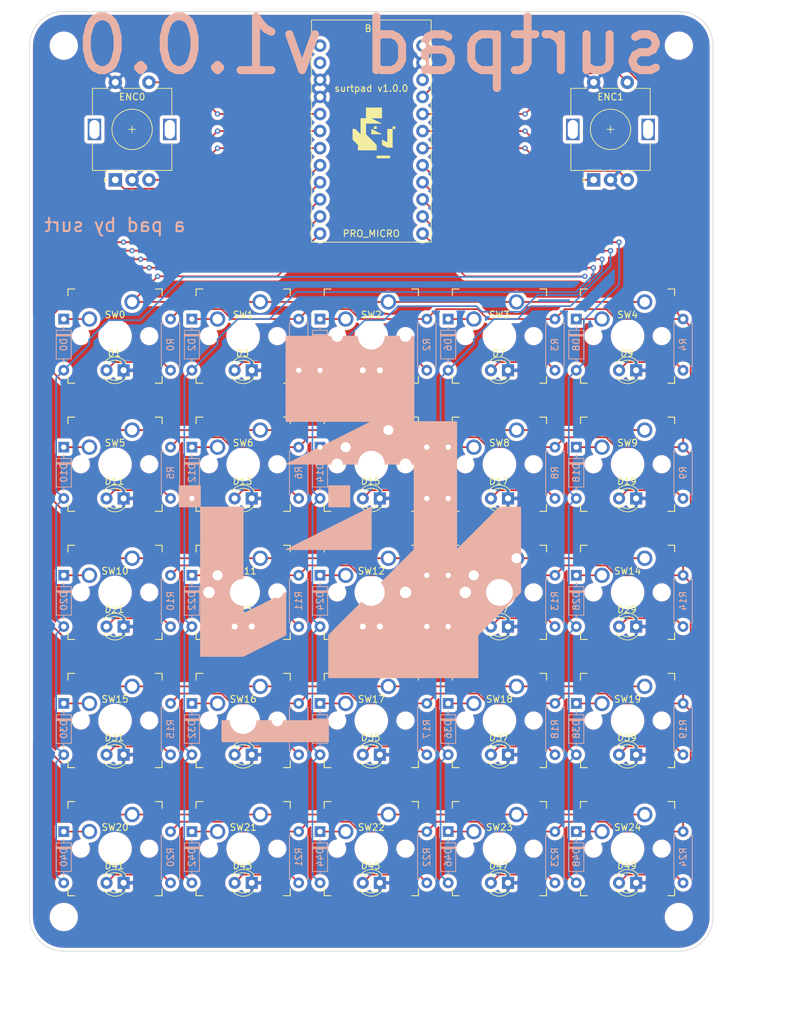
<source format=kicad_pcb>
(kicad_pcb (version 20211014) (generator pcbnew)
  (layers (0 "F.Cu" signal) (31 "B.Cu" signal) (34 "B.Paste" user) (35 "F.Paste" user) (36 "B.SilkS" user "B.Silkscreen") (37 "F.SilkS" user "F.Silkscreen") (38 "B.Mask" user) (39 "F.Mask" user) (44 "Edge.Cuts" user))
  (net 0 "")
  (net 3 "GND")
  (net 4 "/Encoder0SW")
  (net 5 "/Encoder0CW")
  (net 6 "/Encoder0ACW")
  (net 7 "/Row4")
  (net 8 "/Row3")
  (net 9 "/Row2")
  (net 10 "/Row1")
  (net 11 "/Row0")
  (net 12 "/Column0")
  (net 13 "/Column1")
  (net 14 "/Column2")
  (net 15 "/Column3")
  (net 16 "/Column4")
  (net 17 "/Encoder1ACW")
  (net 18 "/Encoder1CW")
  (net 19 "/Encoder1SW")
  (net 20 "VCC")
  (net 23 "Net-(D0-Pad1)")
  (net 24 "Net-(D26-Pad1)")
  (net 25 "Net-(D28-Pad1)")
  (net 26 "Net-(D30-Pad1)")
  (net 27 "Net-(D32-Pad1)")
  (net 28 "Net-(D34-Pad1)")
  (net 29 "Net-(D10-Pad1)")
  (net 30 "Net-(D36-Pad1)")
  (net 31 "Net-(D12-Pad1)")
  (net 32 "Net-(D38-Pad1)")
  (net 33 "Net-(D14-Pad1)")
  (net 34 "Net-(D40-Pad1)")
  (net 35 "Net-(D16-Pad1)")
  (net 36 "Net-(D42-Pad1)")
  (net 37 "Net-(D18-Pad1)")
  (net 38 "Net-(D44-Pad1)")
  (net 39 "Net-(D20-Pad1)")
  (net 40 "Net-(D46-Pad1)")
  (net 41 "Net-(D22-Pad1)")
  (net 42 "Net-(D48-Pad1)")
  (net 43 "Net-(D24-Pad1)")
  (net 44 "Net-(D1-Pad2)")
  (net 45 "Net-(D2-Pad1)")
  (net 46 "Net-(D3-Pad2)")
  (net 47 "Net-(D4-Pad1)")
  (net 48 "Net-(D5-Pad2)")
  (net 49 "Net-(D6-Pad1)")
  (net 50 "Net-(D7-Pad2)")
  (net 51 "Net-(D8-Pad1)")
  (net 52 "Net-(D9-Pad2)")
  (net 53 "Net-(D11-Pad2)")
  (net 54 "Net-(D13-Pad2)")
  (net 55 "Net-(D15-Pad2)")
  (net 56 "Net-(D17-Pad2)")
  (net 57 "Net-(D19-Pad2)")
  (net 58 "Net-(D21-Pad2)")
  (net 59 "Net-(D23-Pad2)")
  (net 60 "Net-(D25-Pad2)")
  (net 61 "Net-(D27-Pad2)")
  (net 62 "Net-(D29-Pad2)")
  (net 63 "Net-(D31-Pad2)")
  (net 64 "Net-(D33-Pad2)")
  (net 65 "Net-(D35-Pad2)")
  (net 66 "Net-(D37-Pad2)")
  (net 67 "Net-(D39-Pad2)")
  (net 68 "Net-(D41-Pad2)")
  (net 69 "Net-(D43-Pad2)")
  (net 70 "Net-(D45-Pad2)")
  (net 71 "Net-(D47-Pad2)")
  (net 72 "Net-(D49-Pad2)")
  (footprint "LED_THT:LED_D3.0mm" (layer "F.Cu") (at 128.27 119.38 180)
    (fp_text reference "D29")
    (fp_text value "LED")
  )
  (footprint "LED_THT:LED_D3.0mm" (layer "F.Cu") (at 128.27 157.48 180)
    (fp_text reference "D49")
    (fp_text value "LED")
  )
  (footprint "keyswitches:SW_MX" (layer "F.Cu") (at 88.9 133.35)
    (fp_text reference "SW17")
    (fp_text value "SW_Push")
  )
  (footprint "keyswitches:SW_MX" (layer "F.Cu") (at 88.9 114.3)
    (fp_text reference "SW12")
    (fp_text value "SW_Push")
  )
  (footprint "keyswitches:SW_MX" (layer "F.Cu") (at 107.95 114.3)
    (fp_text reference "SW13")
    (fp_text value "SW_Push")
  )
  (footprint "LED_THT:LED_D3.0mm" (layer "F.Cu") (at 71.12 138.43 180)
    (fp_text reference "D33")
    (fp_text value "LED")
  )
  (footprint "LED_THT:LED_D3.0mm" (layer "F.Cu") (at 52.07 157.48 180)
    (fp_text reference "D41")
    (fp_text value "LED")
  )
  (footprint "LED_THT:LED_D3.0mm" (layer "F.Cu") (at 52.07 81.28 180)
    (fp_text reference "D1")
    (fp_text value "LED")
  )
  (footprint "keyswitches:SW_MX" (layer "F.Cu") (at 107.95 152.4)
    (fp_text reference "SW23")
    (fp_text value "SW_Push")
  )
  (footprint "LED_THT:LED_D3.0mm" (layer "F.Cu") (at 52.07 119.38 180)
    (fp_text reference "D21")
    (fp_text value "LED")
  )
  (footprint "MountingHole:MountingHole_3.2mm_M3" (layer "F.Cu") (at 134.62 33.02)
    (fp_text reference "REF**" hide)
    (fp_text value "MountingHole_3.2mm_M3")
  )
  (footprint "keyswitches:SW_MX" (layer "F.Cu") (at 50.8 95.25)
    (fp_text reference "SW5")
    (fp_text value "SW_Push")
  )
  (footprint "LED_THT:LED_D3.0mm" (layer "F.Cu") (at 90.17 100.33 180)
    (fp_text reference "D15")
    (fp_text value "LED")
  )
  (footprint "LED_THT:LED_D3.0mm" (layer "F.Cu") (at 109.22 157.48 180)
    (fp_text reference "D47")
    (fp_text value "LED")
  )
  (footprint "keyswitches:SW_MX" (layer "F.Cu") (at 88.9 95.25)
    (fp_text reference "SW7")
    (fp_text value "SW_Push")
  )
  (footprint "Rotary_Encoder:RotaryEncoder_Alps_EC11E-Switch_Vertical_H20mm" (layer "F.Cu") (at 50.84 52.97 90)
    (fp_text reference "ENC0")
    (fp_text value "RotaryEncoder_Switch")
  )
  (footprint "keyswitches:SW_MX" (layer "F.Cu") (at 69.85 133.35)
    (fp_text reference "SW16")
    (fp_text value "SW_Push")
  )
  (footprint "LED_THT:LED_D3.0mm" (layer "F.Cu") (at 109.22 81.28 180)
    (fp_text reference "D7")
    (fp_text value "LED")
  )
  (footprint "LED_THT:LED_D3.0mm" (layer "F.Cu") (at 71.12 100.33 180)
    (fp_text reference "D13")
    (fp_text value "LED")
  )
  (footprint "LED_THT:LED_D3.0mm" (layer "F.Cu") (at 90.17 81.28 180)
    (fp_text reference "D5")
    (fp_text value "LED")
  )
  (footprint "keyswitches:SW_MX" (layer "F.Cu") (at 127 133.35)
    (fp_text reference "SW19")
    (fp_text value "SW_Push")
  )
  (footprint "keyswitches:SW_MX" (layer "F.Cu") (at 88.9 152.4)
    (fp_text reference "SW22")
    (fp_text value "SW_Push")
  )
  (footprint "keyswitches:SW_MX" (layer "F.Cu") (at 107.95 95.25)
    (fp_text reference "SW8")
    (fp_text value "SW_Push")
  )
  (footprint "LED_THT:LED_D3.0mm" (layer "F.Cu") (at 128.27 100.33 180)
    (fp_text reference "D19")
    (fp_text value "LED")
  )
  (footprint "keyswitches:SW_MX" (layer "F.Cu") (at 127 95.25)
    (fp_text reference "SW9")
    (fp_text value "SW_Push")
  )
  (footprint "LED_THT:LED_D3.0mm" (layer "F.Cu") (at 128.27 138.43 180)
    (fp_text reference "D39")
    (fp_text value "LED")
  )
  (footprint "LED_THT:LED_D3.0mm" (layer "F.Cu") (at 71.12 81.28 180)
    (fp_text reference "D3")
    (fp_text value "LED")
  )
  (footprint "LED_THT:LED_D3.0mm" (layer "F.Cu") (at 109.22 100.33 180)
    (fp_text reference "D17")
    (fp_text value "LED")
  )
  (footprint "LED_THT:LED_D3.0mm" (layer "F.Cu") (at 109.22 119.38 180)
    (fp_text reference "D27")
    (fp_text value "LED")
  )
  (footprint "MountingHole:MountingHole_3.2mm_M3" (layer "F.Cu") (at 134.62 162.56)
    (fp_text reference "REF**" hide)
    (fp_text value "MountingHole_3.2mm_M3")
  )
  (footprint "LED_THT:LED_D3.0mm" (layer "F.Cu") (at 52.07 100.33 180)
    (fp_text reference "D11")
    (fp_text value "LED")
  )
  (footprint "keyswitches:SW_MX" (layer "F.Cu") (at 107.95 133.35)
    (fp_text reference "SW18")
    (fp_text value "SW_Push")
  )
  (footprint "LED_THT:LED_D3.0mm" (layer "F.Cu") (at 90.17 119.38 180)
    (fp_text reference "D25")
    (fp_text value "LED")
  )
  (footprint "LED_THT:LED_D3.0mm" (layer "F.Cu") (at 52.07 138.43 180)
    (fp_text reference "D31")
    (fp_text value "LED")
  )
  (footprint "keyswitches:SW_MX" (layer "F.Cu") (at 127 152.4)
    (fp_text reference "SW24")
    (fp_text value "SW_Push")
  )
  (footprint "keyswitches:SW_MX" (layer "F.Cu") (at 127 114.3)
    (fp_text reference "SW14")
    (fp_text value "SW_Push")
  )
  (footprint "keyswitches:SW_MX" (layer "F.Cu") (at 50.8 76.2)
    (fp_text reference "SW0")
    (fp_text value "SW_Push")
  )
  (footprint "LED_THT:LED_D3.0mm" (layer "F.Cu") (at 90.17 138.43 180)
    (fp_text reference "D35")
    (fp_text value "LED")
  )
  (footprint "keyswitches:SW_MX" (layer "F.Cu") (at 50.8 152.4)
    (fp_text reference "SW20")
    (fp_text value "SW_Push")
  )
  (footprint "keyswitches:SW_MX" (layer "F.Cu") (at 69.85 114.3)
    (fp_text reference "SW11")
    (fp_text value "SW_Push")
  )
  (footprint "keyswitches:SW_MX" (layer "F.Cu") (at 50.8 114.3)
    (fp_text reference "SW10")
    (fp_text value "SW_Push")
  )
  (footprint "MountingHole:MountingHole_3.2mm_M3" (layer "F.Cu") (at 43.18 33.02)
    (fp_text reference "REF**" hide)
    (fp_text value "MountingHole_3.2mm_M3")
  )
  (footprint "keyswitches:SW_MX" (layer "F.Cu") (at 88.9 76.2)
    (fp_text reference "SW2")
    (fp_text value "SW_Push")
  )
  (footprint "MountingHole:MountingHole_3.2mm_M3" (layer "F.Cu") (at 43.18 162.56)
    (fp_text reference "REF**" hide)
    (fp_text value "MountingHole_3.2mm_M3")
  )
  (footprint "LED_THT:LED_D3.0mm" (layer "F.Cu") (at 71.12 119.38 180)
    (fp_text reference "D23")
    (fp_text value "LED")
  )
  (footprint "keyswitches:SW_MX" (layer "F.Cu") (at 50.8 133.35)
    (fp_text reference "SW15")
    (fp_text value "SW_Push")
  )
  (footprint "Boards:SPARKFUN_PRO_MICRO" (layer "F.Cu") (at 88.9 45.72)
    (fp_text reference "B0")
    (fp_text value "PRO_MICRO")
  )
  (footprint "keyswitches:SW_MX" (layer "F.Cu") (at 69.85 76.2)
    (fp_text reference "SW1")
    (fp_text value "SW_Push")
  )
  (footprint "Rotary_Encoder:RotaryEncoder_Alps_EC11E-Switch_Vertical_H20mm" (layer "F.Cu") (at 121.96 52.97 90)
    (fp_text reference "ENC1")
    (fp_text value "RotaryEncoder_Switch")
  )
  (footprint "keyswitches:SW_MX" (layer "F.Cu") (at 107.95 76.2)
    (fp_text reference "SW3")
    (fp_text value "SW_Push")
  )
  (footprint "keyswitches:SW_MX" (layer "F.Cu") (at 69.85 95.25)
    (fp_text reference "SW6")
    (fp_text value "SW_Push")
  )
  (footprint "LED_THT:LED_D3.0mm" (layer "F.Cu") (at 71.12 157.48 180)
    (fp_text reference "D43")
    (fp_text value "LED")
  )
  (footprint "keyswitches:SW_MX" (layer "F.Cu") (at 127 76.2)
    (fp_text reference "SW4")
    (fp_text value "SW_Push")
  )
  (footprint "LED_THT:LED_D3.0mm" (layer "F.Cu") (at 109.22 138.43 180)
    (fp_text reference "D37")
    (fp_text value "LED")
  )
  (footprint "keyswitches:SW_MX" (layer "F.Cu") (at 69.85 152.4)
    (fp_text reference "SW21")
    (fp_text value "SW_Push")
  )
  (footprint "LED_THT:LED_D3.0mm" (layer "F.Cu") (at 90.17 157.48 180)
    (fp_text reference "D45")
    (fp_text value "LED")
  )
  (footprint "LED_THT:LED_D3.0mm" (layer "F.Cu") (at 128.27 81.28 180)
    (fp_text reference "D9")
    (fp_text value "LED")
  )
  (footprint "Resistor_THT:R_Axial_DIN0207_L6.3mm_D2.5mm_P7.62mm_Horizontal" (layer "B.Cu") (at 135.25 149.86 -90)
    (fp_text reference "R24")
    (fp_text value "220")
  )
  (footprint "Diode_THT:D_DO-35_SOD27_P7.62mm_Horizontal" (layer "B.Cu") (at 43.175 130.81 -90)
    (fp_text reference "D30")
    (fp_text value "D")
  )
  (footprint "Resistor_THT:R_Axial_DIN0207_L6.3mm_D2.5mm_P7.62mm_Horizontal" (layer "B.Cu") (at 116.2 111.76 -90)
    (fp_text reference "R13")
    (fp_text value "220")
  )
  (footprint "Diode_THT:D_DO-35_SOD27_P7.62mm_Horizontal" (layer "B.Cu") (at 119.375 111.76 -90)
    (fp_text reference "D28")
    (fp_text value "D")
  )
  (footprint "Resistor_THT:R_Axial_DIN0207_L6.3mm_D2.5mm_P7.62mm_Horizontal" (layer "B.Cu") (at 59.05 149.86 -90)
    (fp_text reference "R20")
    (fp_text value "220")
  )
  (footprint "Resistor_THT:R_Axial_DIN0207_L6.3mm_D2.5mm_P7.62mm_Horizontal" (layer "B.Cu") (at 135.25 130.81 -90)
    (fp_text reference "R19")
    (fp_text value "220")
  )
  (footprint "Diode_THT:D_DO-35_SOD27_P7.62mm_Horizontal" (layer "B.Cu") (at 100.325 92.71 -90)
    (fp_text reference "D16")
    (fp_text value "D")
  )
  (footprint "Resistor_THT:R_Axial_DIN0207_L6.3mm_D2.5mm_P7.62mm_Horizontal" (layer "B.Cu") (at 78.1 92.71 -90)
    (fp_text reference "R6")
    (fp_text value "220")
  )
  (footprint "Diode_THT:D_DO-35_SOD27_P7.62mm_Horizontal" (layer "B.Cu") (at 43.175 73.66 -90)
    (fp_text reference "D0")
    (fp_text value "D")
  )
  (footprint "Diode_THT:D_DO-35_SOD27_P7.62mm_Horizontal" (layer "B.Cu") (at 119.375 130.81 -90)
    (fp_text reference "D38")
    (fp_text value "D")
  )
  (footprint "Diode_THT:D_DO-35_SOD27_P7.62mm_Horizontal" (layer "B.Cu") (at 62.225 111.76 -90)
    (fp_text reference "D22")
    (fp_text value "D")
  )
  (footprint "Diode_THT:D_DO-35_SOD27_P7.62mm_Horizontal" (layer "B.Cu") (at 119.375 149.86 -90)
    (fp_text reference "D48")
    (fp_text value "D")
  )
  (footprint "Resistor_THT:R_Axial_DIN0207_L6.3mm_D2.5mm_P7.62mm_Horizontal" (layer "B.Cu") (at 97.15 149.86 -90)
    (fp_text reference "R22")
    (fp_text value "220")
  )
  (footprint "Resistor_THT:R_Axial_DIN0207_L6.3mm_D2.5mm_P7.62mm_Horizontal" (layer "B.Cu") (at 97.15 111.76 -90)
    (fp_text reference "R12")
    (fp_text value "220")
  )
  (footprint "Resistor_THT:R_Axial_DIN0207_L6.3mm_D2.5mm_P7.62mm_Horizontal" (layer "B.Cu") (at 97.15 130.81 -90)
    (fp_text reference "R17")
    (fp_text value "220")
  )
  (footprint "Resistor_THT:R_Axial_DIN0207_L6.3mm_D2.5mm_P7.62mm_Horizontal" (layer "B.Cu") (at 78.1 73.66 -90)
    (fp_text reference "R1")
    (fp_text value "220")
  )
  (footprint "Diode_THT:D_DO-35_SOD27_P7.62mm_Horizontal" (layer "B.Cu") (at 100.325 130.81 -90)
    (fp_text reference "D36")
    (fp_text value "D")
  )
  (footprint "Resistor_THT:R_Axial_DIN0207_L6.3mm_D2.5mm_P7.62mm_Horizontal" (layer "B.Cu") (at 59.05 73.66 -90)
    (fp_text reference "R0")
    (fp_text value "220")
  )
  (footprint "Resistor_THT:R_Axial_DIN0207_L6.3mm_D2.5mm_P7.62mm_Horizontal" (layer "B.Cu") (at 116.2 73.66 -90)
    (fp_text reference "R3")
    (fp_text value "220")
  )
  (footprint "Diode_THT:D_DO-35_SOD27_P7.62mm_Horizontal" (layer "B.Cu") (at 43.175 149.86 -90)
    (fp_text reference "D40")
    (fp_text value "D")
  )
  (footprint "Resistor_THT:R_Axial_DIN0207_L6.3mm_D2.5mm_P7.62mm_Horizontal" (layer "B.Cu") (at 135.25 73.66 -90)
    (fp_text reference "R4")
    (fp_text value "220")
  )
  (footprint "Diode_THT:D_DO-35_SOD27_P7.62mm_Horizontal" (layer "B.Cu") (at 100.325 149.86 -90)
    (fp_text reference "D46")
    (fp_text value "D")
  )
  (footprint "Resistor_THT:R_Axial_DIN0207_L6.3mm_D2.5mm_P7.62mm_Horizontal" (layer "B.Cu") (at 135.25 111.76 -90)
    (fp_text reference "R14")
    (fp_text value "220")
  )
  (footprint "Resistor_THT:R_Axial_DIN0207_L6.3mm_D2.5mm_P7.62mm_Horizontal" (layer "B.Cu") (at 97.15 73.66 -90)
    (fp_text reference "R2")
    (fp_text value "220")
  )
  (footprint "Resistor_THT:R_Axial_DIN0207_L6.3mm_D2.5mm_P7.62mm_Horizontal" (layer "B.Cu") (at 78.1 130.81 -90)
    (fp_text reference "R16")
    (fp_text value "220")
  )
  (footprint "Diode_THT:D_DO-35_SOD27_P7.62mm_Horizontal" (layer "B.Cu") (at 81.275 111.76 -90)
    (fp_text reference "D24")
    (fp_text value "D")
  )
  (footprint "Resistor_THT:R_Axial_DIN0207_L6.3mm_D2.5mm_P7.62mm_Horizontal" (layer "B.Cu") (at 59.05 111.76 -90)
    (fp_text reference "R10")
    (fp_text value "220")
  )
  (footprint "Diode_THT:D_DO-35_SOD27_P7.62mm_Horizontal" (layer "B.Cu") (at 119.375 73.66 -90)
    (fp_text reference "D8")
    (fp_text value "D")
  )
  (footprint "Diode_THT:D_DO-35_SOD27_P7.62mm_Horizontal" (layer "B.Cu") (at 62.225 130.81 -90)
    (fp_text reference "D32")
    (fp_text value "D")
  )
  (footprint "Diode_THT:D_DO-35_SOD27_P7.62mm_Horizontal" (layer "B.Cu") (at 62.225 92.71 -90)
    (fp_text reference "D12")
    (fp_text value "D")
  )
  (footprint "Diode_THT:D_DO-35_SOD27_P7.62mm_Horizontal" (layer "B.Cu") (at 81.275 130.81 -90)
    (fp_text reference "D34")
    (fp_text value "D")
  )
  (footprint "Resistor_THT:R_Axial_DIN0207_L6.3mm_D2.5mm_P7.62mm_Horizontal" (layer "B.Cu") (at 59.05 92.71 -90)
    (fp_text reference "R5")
    (fp_text value "220")
  )
  (footprint "Resistor_THT:R_Axial_DIN0207_L6.3mm_D2.5mm_P7.62mm_Horizontal" (layer "B.Cu") (at 97.15 92.71 -90)
    (fp_text reference "R7")
    (fp_text value "220")
  )
  (footprint "Resistor_THT:R_Axial_DIN0207_L6.3mm_D2.5mm_P7.62mm_Horizontal" (layer "B.Cu") (at 59.05 130.81 -90)
    (fp_text reference "R15")
    (fp_text value "220")
  )
  (footprint "Diode_THT:D_DO-35_SOD27_P7.62mm_Horizontal" (layer "B.Cu") (at 119.375 92.71 -90)
    (fp_text reference "D18")
    (fp_text value "D")
  )
  (footprint "Diode_THT:D_DO-35_SOD27_P7.62mm_Horizontal" (layer "B.Cu") (at 100.325 111.76 -90)
    (fp_text reference "D26")
    (fp_text value "D")
  )
  (footprint "Resistor_THT:R_Axial_DIN0207_L6.3mm_D2.5mm_P7.62mm_Horizontal" (layer "B.Cu") (at 78.1 149.86 -90)
    (fp_text reference "R21")
    (fp_text value "220")
  )
  (footprint "Diode_THT:D_DO-35_SOD27_P7.62mm_Horizontal" (layer "B.Cu") (at 43.175 111.76 -90)
    (fp_text reference "D20")
    (fp_text value "D")
  )
  (footprint "Diode_THT:D_DO-35_SOD27_P7.62mm_Horizontal" (layer "B.Cu") (at 62.225 73.66 -90)
    (fp_text reference "D2")
    (fp_text value "D")
  )
  (footprint "Resistor_THT:R_Axial_DIN0207_L6.3mm_D2.5mm_P7.62mm_Horizontal" (layer "B.Cu") (at 135.25 92.71 -90)
    (fp_text reference "R9")
    (fp_text value "220")
  )
  (footprint "Diode_THT:D_DO-35_SOD27_P7.62mm_Horizontal" (layer "B.Cu") (at 81.275 92.71 -90)
    (fp_text reference "D14")
    (fp_text value "D")
  )
  (footprint "Resistor_THT:R_Axial_DIN0207_L6.3mm_D2.5mm_P7.62mm_Horizontal" (layer "B.Cu") (at 78.1 111.76 -90)
    (fp_text reference "R11")
    (fp_text value "220")
  )
  (footprint "Diode_THT:D_DO-35_SOD27_P7.62mm_Horizontal" (layer "B.Cu") (at 81.275 149.86 -90)
    (fp_text reference "D44")
    (fp_text value "D")
  )
  (footprint "Diode_THT:D_DO-35_SOD27_P7.62mm_Horizontal" (layer "B.Cu") (at 62.225 149.86 -90)
    (fp_text reference "D42")
    (fp_text value "D")
  )
  (footprint "Diode_THT:D_DO-35_SOD27_P7.62mm_Horizontal" (layer "B.Cu") (at 81.275 73.66 -90)
    (fp_text reference "D4")
    (fp_text value "D")
  )
  (footprint "Resistor_THT:R_Axial_DIN0207_L6.3mm_D2.5mm_P7.62mm_Horizontal" (layer "B.Cu") (at 116.2 130.81 -90)
    (fp_text reference "R18")
    (fp_text value "220")
  )
  (footprint "Diode_THT:D_DO-35_SOD27_P7.62mm_Horizontal" (layer "B.Cu") (at 43.175 92.71 -90)
    (fp_text reference "D10")
    (fp_text value "D")
  )
  (footprint "Diode_THT:D_DO-35_SOD27_P7.62mm_Horizontal" (layer "B.Cu") (at 100.325 73.66 -90)
    (fp_text reference "D6")
    (fp_text value "D")
  )
  (footprint "Resistor_THT:R_Axial_DIN0207_L6.3mm_D2.5mm_P7.62mm_Horizontal" (layer "B.Cu") (at 116.2 149.86 -90)
    (fp_text reference "R23")
    (fp_text value "220")
  )
  (footprint "Resistor_THT:R_Axial_DIN0207_L6.3mm_D2.5mm_P7.62mm_Horizontal" (layer "B.Cu") (at 116.2 92.71 -90)
    (fp_text reference "R8")
    (fp_text value "220")
  )
  (gr_poly (pts (xy 88.900008 101.599991) (xy 76.200008 107.949989) (xy 88.900008 107.949989) (xy 88.900008 101.599991)) (layer "B.SilkS") (width 0.099218) (fill solid))
  (gr_poly (pts (xy 95.250007 76.199987) (xy 95.250007 88.899988) (xy 101.600005 88.899988) (xy 101.600005 107.949989) (xy 107.950006 101.599991) (xy 111.125005 101.599991) (xy 111.125005 114.299988) (xy 104.775005 120.64999) (xy 104.775005 126.999989) (xy 82.550002 126.999989) (xy 82.550002 120.64999) (xy 95.250007 107.949989) (xy 95.250007 95.249989) (xy 76.200004 95.249989) (xy 88.900005 88.899988) (xy 76.200008 88.899988) (xy 76.200008 76.199987) (xy 95.250007 76.199987)) (layer "B.SilkS") (width 0.099218) (fill solid))
  (gr_poly (pts (xy 107.950008 107.949989) (xy 104.775005 107.949989) (xy 104.775005 114.299988) (xy 107.950006 114.299988) (xy 107.950008 107.949989)) (layer "B.SilkS") (width 0.099218) (fill solid))
  (gr_poly (pts (xy 85.725005 98.424992) (xy 82.550006 98.424992) (xy 82.550006 101.599991) (xy 85.725005 101.599991) (xy 85.725005 98.424992)) (layer "B.SilkS") (width 0.099218) (fill solid))
  (gr_poly (pts (xy 63.500003 98.424992) (xy 60.325008 98.424992) (xy 60.325008 101.599991) (xy 63.500003 101.599991) (xy 63.500003 98.424992)) (layer "B.SilkS") (width 0.099218) (fill solid))
  (gr_poly (pts (xy 82.550006 133.349991) (xy 66.675006 133.349991) (xy 66.675006 136.524986) (xy 82.550002 136.524986) (xy 82.550006 133.349991)) (layer "B.SilkS") (width 0.099218) (fill solid))
  (gr_poly (pts (xy 69.850002 101.599991) (xy 63.500003 101.599991) (xy 63.500003 123.824989) (xy 69.850002 123.824989) (xy 76.200004 120.64999) (xy 76.200004 114.299988) (xy 69.850002 117.474991) (xy 69.850002 101.599991)) (layer "B.SilkS") (width 0.099218) (fill solid))
  (gr_poly (pts (xy 89.296874 45.005624) (xy 89.693749 45.005624) (xy 89.693749 45.402499) (xy 89.296874 45.402499) (xy 89.296874 45.005624)) (layer "F.SilkS") (width 0.012402) (fill solid))
  (gr_poly (pts (xy 89.693749 49.371249) (xy 91.678124 49.371249) (xy 91.678124 49.768123) (xy 89.69375 49.768123) (xy 89.693749 49.371249)) (layer "F.SilkS") (width 0.012402) (fill solid))
  (gr_poly (pts (xy 92.075 45.005624) (xy 92.471874 45.005624) (xy 92.471874 45.402499) (xy 92.075 45.402499) (xy 92.075 45.005624)) (layer "F.SilkS") (width 0.012402) (fill solid))
  (gr_poly (pts (xy 88.106249 42.227498) (xy 88.106249 43.814999) (xy 87.312499 43.814999) (xy 87.312499 46.196249) (xy 86.518749 45.402499) (xy 86.121874 45.402499) (xy 86.121874 46.989998) (xy 86.915624 47.783749) (xy 86.915624 48.577499) (xy 89.69375 48.577499) (xy 89.69375 47.783749) (xy 88.106249 46.196249) (xy 88.106249 44.608749) (xy 90.4875 44.608749) (xy 88.899999 43.814999) (xy 90.487499 43.814999) (xy 90.487499 42.227498) (xy 88.106249 42.227498)) (layer "F.SilkS") (width 0.012402) (fill solid))
  (gr_poly (pts (xy 86.518749 46.196249) (xy 86.915624 46.196249) (xy 86.915624 46.989998) (xy 86.518749 46.989998) (xy 86.518749 46.196249)) (layer "F.SilkS") (width 0.012402) (fill solid))
  (gr_poly (pts (xy 91.28125 45.402499) (xy 92.075 45.402499) (xy 92.075 48.180624) (xy 91.28125 48.180624) (xy 90.4875 47.783749) (xy 90.4875 46.989998) (xy 91.28125 47.386874) (xy 91.28125 45.402499)) (layer "F.SilkS") (width 0.012402) (fill solid))
  (gr_poly (pts (xy 88.899999 45.402499) (xy 90.487499 46.196249) (xy 88.899999 46.196249) (xy 88.899999 45.402499)) (layer "F.SilkS") (width 0.012402) (fill solid))
  (gr_arc (start 139.7 162.56) (mid 138.212102 166.152102) (end 134.62 167.64) (layer "Edge.Cuts") (width 0.1))
  (gr_line (start 43.18 27.94) (end 134.62 27.94) (layer "Edge.Cuts") (width 0.1))
  (gr_arc (start 134.62 27.94) (mid 138.212102 29.427898) (end 139.7 33.02) (layer "Edge.Cuts") (width 0.1))
  (gr_line (start 134.62 167.64) (end 43.18 167.64) (layer "Edge.Cuts") (width 0.1))
  (gr_arc (start 38.1 33.02) (mid 39.587898 29.427898) (end 43.18 27.94) (layer "Edge.Cuts") (width 0.1))
  (gr_arc (start 43.18 167.64) (mid 39.587898 166.152102) (end 38.1 162.56) (layer "Edge.Cuts") (width 0.1))
  (gr_line (start 38.1 162.56) (end 38.1 33.02) (layer "Edge.Cuts") (width 0.1))
  (gr_line (start 139.7 33.02) (end 139.7 162.56) (layer "Edge.Cuts") (width 0.1))
  (gr_text "surtpad v1.0.0" (at 88.9 33.02) (layer "B.SilkS") (effects (font (size 7.999999 7.999999) (thickness 1.2)) (justify mirror)))
  (gr_text "a pad by surt" (at 50.8 59.69) (layer "B.SilkS") (effects (font (size 2 2) (thickness 0.3)) (justify mirror)))
  (gr_text "surtpad v1.0.0" (at 88.9 39.37) (layer "F.SilkS") (effects (font (size 1 1))))
  (segment (start 55.84 38.47) (end 61.33 38.47) (width 0.25) (layer "F.Cu") (net 4))
  (segment (start 66.04 43.18) (end 81.28 43.18) (width 0.25) (layer "F.Cu") (net 4))
  (segment (start 61.33 38.47) (end 66.04 43.18) (width 0.25) (layer "F.Cu") (net 4))
  (via (at 66.04 43.18) (size 0.8) (drill 0.4) (layers "F.Cu" "B.Cu") (net 4))
  (segment (start 66.04 45.72) (end 81.28 45.72) (width 0.25) (layer "F.Cu") (net 5))
  (segment (start 58.79 52.97) (end 66.04 45.72) (width 0.25) (layer "F.Cu") (net 5))
  (segment (start 55.84 52.97) (end 58.79 52.97) (width 0.25) (layer "F.Cu") (net 5))
  (via (at 66.04 45.72) (size 0.8) (drill 0.4) (layers "F.Cu" "B.Cu") (net 5))
  (segment (start 66.04 48.26) (end 81.28 48.26) (width 0.25) (layer "F.Cu") (net 6))
  (segment (start 52.164511 54.294511) (end 60.005489 54.294511) (width 0.25) (layer "F.Cu") (net 6))
  (segment (start 50.84 52.97) (end 52.164511 54.294511) (width 0.25) (layer "F.Cu") (net 6))
  (segment (start 60.005489 54.294511) (end 66.04 48.26) (width 0.25) (layer "F.Cu") (net 6))
  (via (at 66.04 48.26) (size 0.8) (drill 0.4) (layers "F.Cu" "B.Cu") (net 6))
  (segment (start 52.07 62.23) (end 69.85 62.23) (width 0.25) (layer "F.Cu") (net 7))
  (segment (start 50.448827 62.23) (end 39.201929 73.476898) (width 0.25) (layer "F.Cu") (net 7))
  (segment (start 52.07 62.23) (end 50.448827 62.23) (width 0.25) (layer "F.Cu") (net 7))
  (segment (start 129.54 147.32) (end 53.34 147.32) (width 0.25) (layer "F.Cu") (net 7))
  (segment (start 50.4747 147.32) (end 53.34 147.32) (width 0.25) (layer "F.Cu") (net 7))
  (segment (start 69.85 62.23) (end 81.28 50.8) (width 0.25) (layer "F.Cu") (net 7))
  (segment (start 39.201929 73.476898) (end 39.201929 136.047229) (width 0.25) (layer "F.Cu") (net 7))
  (segment (start 39.201929 136.047229) (end 50.4747 147.32) (width 0.25) (layer "F.Cu") (net 7))
  (via (at 52.07 62.23) (size 0.8) (drill 0.4) (layers "F.Cu" "B.Cu") (net 7))
  (segment (start 39.651449 117.446749) (end 50.4747 128.27) (width 0.25) (layer "F.Cu") (net 8))
  (segment (start 49.814543 63.5) (end 39.651449 73.663095) (width 0.25) (layer "F.Cu") (net 8))
  (segment (start 53.34 63.5) (end 49.814543 63.5) (width 0.25) (layer "F.Cu") (net 8))
  (segment (start 71.12 63.5) (end 81.28 53.34) (width 0.25) (layer "F.Cu") (net 8))
  (segment (start 50.4747 128.27) (end 53.34 128.27) (width 0.25) (layer "F.Cu") (net 8))
  (segment (start 39.651449 73.663095) (end 39.651449 117.446749) (width 0.25) (layer "F.Cu") (net 8))
  (segment (start 53.34 63.5) (end 71.12 63.5) (width 0.25) (layer "F.Cu") (net 8))
  (segment (start 129.54 128.27) (end 53.34 128.27) (width 0.25) (layer "F.Cu") (net 8))
  (via (at 53.34 63.5) (size 0.8) (drill 0.4) (layers "F.Cu" "B.Cu") (net 8))
  (segment (start 129.54 109.22) (end 53.34 109.22) (width 0.25) (layer "F.Cu") (net 9))
  (segment (start 49.180261 64.77) (end 40.100969 73.849292) (width 0.25) (layer "F.Cu") (net 9))
  (segment (start 54.61 64.77) (end 49.180261 64.77) (width 0.25) (layer "F.Cu") (net 9))
  (segment (start 54.61 64.77) (end 72.39 64.77) (width 0.25) (layer "F.Cu") (net 9))
  (segment (start 72.39 64.77) (end 81.28 55.88) (width 0.25) (layer "F.Cu") (net 9))
  (segment (start 40.100969 73.849292) (end 40.100969 99.155969) (width 0.25) (layer "F.Cu") (net 9))
  (segment (start 40.100969 99.155969) (end 50.165 109.22) (width 0.25) (layer "F.Cu") (net 9))
  (segment (start 50.165 109.22) (end 53.34 109.22) (width 0.25) (layer "F.Cu") (net 9))
  (via (at 54.61 64.77) (size 0.8) (drill 0.4) (layers "F.Cu" "B.Cu") (net 9))
  (segment (start 48.545978 66.04) (end 40.550489 74.035489) (width 0.25) (layer "F.Cu") (net 10))
  (segment (start 50.165 90.17) (end 53.34 90.17) (width 0.25) (layer "F.Cu") (net 10))
  (segment (start 55.88 66.04) (end 73.66 66.04) (width 0.25) (layer "F.Cu") (net 10))
  (segment (start 40.550489 80.555489) (end 50.165 90.17) (width 0.25) (layer "F.Cu") (net 10))
  (segment (start 129.54 90.17) (end 53.34 90.17) (width 0.25) (layer "F.Cu") (net 10))
  (segment (start 55.88 66.04) (end 48.545978 66.04) (width 0.25) (layer "F.Cu") (net 10))
  (segment (start 73.66 66.04) (end 81.28 58.42) (width 0.25) (layer "F.Cu") (net 10))
  (segment (start 40.550489 74.035489) (end 40.550489 80.555489) (width 0.25) (layer "F.Cu") (net 10))
  (via (at 55.88 66.04) (size 0.8) (drill 0.4) (layers "F.Cu" "B.Cu") (net 10))
  (segment (start 129.54 71.12) (end 53.34 71.12) (width 0.25) (layer "F.Cu") (net 11))
  (segment (start 57.15 67.31) (end 53.34 71.12) (width 0.25) (layer "F.Cu") (net 11))
  (segment (start 57.15 67.31) (end 74.93 67.31) (width 0.25) (layer "F.Cu") (net 11))
  (segment (start 74.93 67.31) (end 81.28 60.96) (width 0.25) (layer "F.Cu") (net 11))
  (via (at 57.15 67.31) (size 0.8) (drill 0.4) (layers "F.Cu" "B.Cu") (net 11))
  (segment (start 120.65 67.31) (end 102.87 67.31) (width 0.25) (layer "F.Cu") (net 12))
  (segment (start 102.87 67.31) (end 96.52 60.96) (width 0.25) (layer "F.Cu") (net 12))
  (via (at 120.65 67.31) (size 0.8) (drill 0.4) (layers "F.Cu" "B.Cu") (net 12))
  (segment (start 42.050489 82.404511) (end 42.050489 99.205489) (width 0.25) (layer "B.Cu") (net 12))
  (segment (start 42.050489 137.305489) (end 43.175 138.43) (width 0.25) (layer "B.Cu") (net 12))
  (segment (start 54.555809 73.831579) (end 49.818967 73.831579) (width 0.25) (layer "B.Cu") (net 12))
  (segment (start 42.050489 99.205489) (end 43.175 100.33) (width 0.25) (layer "B.Cu") (net 12))
  (segment (start 60.987877 67.399511) (end 54.555809 73.831579) (width 0.25) (layer "B.Cu") (net 12))
  (segment (start 43.175 100.33) (end 42.050489 101.454511) (width 0.25) (layer "B.Cu") (net 12))
  (segment (start 46.945421 77.509579) (end 43.175 81.28) (width 0.25) (layer "B.Cu") (net 12))
  (segment (start 42.050489 156.355489) (end 43.175 157.48) (width 0.25) (layer "B.Cu") (net 12))
  (segment (start 43.175 138.43) (end 42.050489 139.554511) (width 0.25) (layer "B.Cu") (net 12))
  (segment (start 46.945421 76.705125) (end 46.945421 77.509579) (width 0.25) (layer "B.Cu") (net 12))
  (segment (start 42.050489 118.255489) (end 43.175 119.38) (width 0.25) (layer "B.Cu") (net 12))
  (segment (start 42.050489 101.454511) (end 42.050489 118.255489) (width 0.25) (layer "B.Cu") (net 12))
  (segment (start 49.818967 73.831579) (end 46.945421 76.705125) (width 0.25) (layer "B.Cu") (net 12))
  (segment (start 120.65 67.31) (end 120.560489 67.399511) (width 0.25) (layer "B.Cu") (net 12))
  (segment (start 43.175 119.38) (end 42.050489 120.504511) (width 0.25) (layer "B.Cu") (net 12))
  (segment (start 42.050489 139.554511) (end 42.050489 156.355489) (width 0.25) (layer "B.Cu") (net 12))
  (segment (start 42.050489 120.504511) (end 42.050489 137.305489) (width 0.25) (layer "B.Cu") (net 12))
  (segment (start 120.560489 67.399511) (end 60.987877 67.399511) (width 0.25) (layer "B.Cu") (net 12))
  (segment (start 43.175 81.28) (end 42.050489 82.404511) (width 0.25) (layer "B.Cu") (net 12))
  (segment (start 104.14 66.04) (end 96.52 58.42) (width 0.25) (layer "F.Cu") (net 13))
  (segment (start 121.92 66.04) (end 104.14 66.04) (width 0.25) (layer "F.Cu") (net 13))
  (via (at 121.92 66.04) (size 0.8) (drill 0.4) (layers "F.Cu" "B.Cu") (net 13))
  (segment (start 66.04 77.465) (end 62.225 81.28) (width 0.25) (layer "B.Cu") (net 13))
  (segment (start 61.100489 101.454511) (end 61.100489 118.255489) (width 0.25) (layer "B.Cu") (net 13))
  (segment (start 121.92 66.04) (end 121.92 67.064614) (width 0.25) (layer "B.Cu") (net 13))
  (segment (start 61.100489 139.554511) (end 61.100489 156.355489) (width 0.25) (layer "B.Cu") (net 13))
  (segment (start 62.225 119.38) (end 61.100489 120.504511) (width 0.25) (layer "B.Cu") (net 13))
  (segment (start 61.100489 82.404511) (end 61.100489 99.205489) (width 0.25) (layer "B.Cu") (net 13))
  (segment (start 61.100489 156.355489) (end 62.225 157.48) (width 0.25) (layer "B.Cu") (net 13))
  (segment (start 61.100489 118.255489) (end 62.225 119.38) (width 0.25) (layer "B.Cu") (net 13))
  (segment (start 62.225 81.28) (end 61.100489 82.404511) (width 0.25) (layer "B.Cu") (net 13))
  (segment (start 61.100489 99.205489) (end 62.225 100.33) (width 0.25) (layer "B.Cu") (net 13))
  (segment (start 62.225 100.33) (end 61.100489 101.454511) (width 0.25) (layer "B.Cu") (net 13))
  (segment (start 121.92 67.064614) (end 119.332125 69.652489) (width 0.25) (layer "B.Cu") (net 13))
  (segment (start 69.040546 73.66) (end 66.04 76.660546) (width 0.25) (layer "B.Cu") (net 13))
  (segment (start 77.784899 69.652489) (end 73.777388 73.66) (width 0.25) (layer "B.Cu") (net 13))
  (segment (start 62.225 138.43) (end 61.100489 139.554511) (width 0.25) (layer "B.Cu") (net 13))
  (segment (start 73.777388 73.66) (end 69.040546 73.66) (width 0.25) (layer "B.Cu") (net 13))
  (segment (start 66.04 76.660546) (end 66.04 77.465) (width 0.25) (layer "B.Cu") (net 13))
  (segment (start 61.100489 137.305489) (end 62.225 138.43) (width 0.25) (layer "B.Cu") (net 13))
  (segment (start 119.332125 69.652489) (end 77.784899 69.652489) (width 0.25) (layer "B.Cu") (net 13))
  (segment (start 61.100489 120.504511) (end 61.100489 137.305489) (width 0.25) (layer "B.Cu") (net 13))
  (segment (start 123.19 64.77) (end 105.41 64.77) (width 0.25) (layer "F.Cu") (net 14))
  (segment (start 105.41 64.77) (end 96.52 55.88) (width 0.25) (layer "F.Cu") (net 14))
  (via (at 123.19 64.77) (size 0.8) (drill 0.4) (layers "F.Cu" "B.Cu") (net 14))
  (segment (start 81.275 119.38) (end 80.150489 120.504511) (width 0.25) (layer "B.Cu") (net 14))
  (segment (start 104.522991 71.755) (end 92.880375 71.755) (width 0.25) (layer "B.Cu") (net 14))
  (segment (start 123.19 66.430331) (end 119.518322 70.102009) (width 0.25) (layer "B.Cu") (net 14))
  (segment (start 81.275 81.28) (end 80.150489 82.404511) (width 0.25) (layer "B.Cu") (net 14))
  (segment (start 87.918967 73.831579) (end 85.09 76.660546) (width 0.25) (layer "B.Cu") (net 14))
  (segment (start 111.097864 72.587511) (end 105.355502 72.587511) (width 0.25) (layer "B.Cu") (net 14))
  (segment (start 80.150489 82.404511) (end 80.150489 99.205489) (width 0.25) (layer "B.Cu") (net 14))
  (segment (start 92.880375 71.755) (end 90.803796 73.831579) (width 0.25) (layer "B.Cu") (net 14))
  (segment (start 90.803796 73.831579) (end 87.918967 73.831579) (width 0.25) (layer "B.Cu") (net 14))
  (segment (start 80.150489 139.554511) (end 80.150489 156.355489) (width 0.25) (layer "B.Cu") (net 14))
  (segment (start 119.518322 70.102009) (end 113.583366 70.102009) (width 0.25) (layer "B.Cu") (net 14))
  (segment (start 105.355502 72.587511) (end 104.522991 71.755) (width 0.25) (layer "B.Cu") (net 14))
  (segment (start 113.583366 70.102009) (end 111.097864 72.587511) (width 0.25) (layer "B.Cu") (net 14))
  (segment (start 80.150489 137.305489) (end 81.275 138.43) (width 0.25) (layer "B.Cu") (net 14))
  (segment (start 80.150489 99.205489) (end 81.275 100.33) (width 0.25) (layer "B.Cu") (net 14))
  (segment (start 81.275 138.43) (end 80.150489 139.554511) (width 0.25) (layer "B.Cu") (net 14))
  (segment (start 123.19 64.77) (end 123.19 66.430331) (width 0.25) (layer "B.Cu") (net 14))
  (segment (start 80.150489 156.355489) (end 81.275 157.48) (width 0.25) (layer "B.Cu") (net 14))
  (segment (start 81.275 100.33) (end 80.150489 101.454511) (width 0.25) (layer "B.Cu") (net 14))
  (segment (start 85.09 77.465) (end 81.275 81.28) (width 0.25) (layer "B.Cu") (net 14))
  (segment (start 80.150489 120.504511) (end 80.150489 137.305489) (width 0.25) (layer "B.Cu") (net 14))
  (segment (start 85.09 76.660546) (end 85.09 77.465) (width 0.25) (layer "B.Cu") (net 14))
  (segment (start 80.150489 118.255489) (end 81.275 119.38) (width 0.25) (layer "B.Cu") (net 14))
  (segment (start 80.150489 101.454511) (end 80.150489 118.255489) (width 0.25) (layer "B.Cu") (net 14))
  (segment (start 124.46 63.5) (end 106.68 63.5) (width 0.25) (layer "F.Cu") (net 15))
  (segment (start 106.68 63.5) (end 96.52 53.34) (width 0.25) (layer "F.Cu") (net 15))
  (via (at 124.46 63.5) (size 0.8) (drill 0.4) (layers "F.Cu" "B.Cu") (net 15))
  (segment (start 100.325 100.33) (end 99.200489 101.454511) (width 0.25) (layer "B.Cu") (net 15))
  (segment (start 112.566093 71.755) (end 110.661093 73.66) (width 0.25) (layer "B.Cu") (net 15))
  (segment (start 124.46 63.5) (end 124.46 65.796048) (width 0.25) (layer "B.Cu") (net 15))
  (segment (start 99.200489 82.404511) (end 99.200489 99.205489) (width 0.25) (layer "B.Cu") (net 15))
  (segment (start 100.325 119.38) (end 99.200489 120.504511) (width 0.25) (layer "B.Cu") (net 15))
  (segment (start 99.200489 120.504511) (end 99.200489 137.305489) (width 0.25) (layer "B.Cu") (net 15))
  (segment (start 100.325 81.28) (end 99.200489 82.404511) (width 0.25) (layer "B.Cu") (net 15))
  (segment (start 100.325 138.43) (end 99.200489 139.554511) (width 0.25) (layer "B.Cu") (net 15))
  (segment (start 104.14 77.465) (end 100.325 81.28) (width 0.25) (layer "B.Cu") (net 15))
  (segment (start 110.661093 73.66) (end 107.140546 73.66) (width 0.25) (layer "B.Cu") (net 15))
  (segment (start 99.200489 101.454511) (end 99.200489 118.255489) (width 0.25) (layer "B.Cu") (net 15))
  (segment (start 104.14 76.660546) (end 104.14 77.465) (width 0.25) (layer "B.Cu") (net 15))
  (segment (start 99.200489 156.355489) (end 100.325 157.48) (width 0.25) (layer "B.Cu") (net 15))
  (segment (start 124.46 65.796048) (end 118.501048 71.755) (width 0.25) (layer "B.Cu") (net 15))
  (segment (start 99.200489 137.305489) (end 100.325 138.43) (width 0.25) (layer "B.Cu") (net 15))
  (segment (start 118.501048 71.755) (end 112.566093 71.755) (width 0.25) (layer "B.Cu") (net 15))
  (segment (start 107.140546 73.66) (end 104.14 76.660546) (width 0.25) (layer "B.Cu") (net 15))
  (segment (start 99.200489 139.554511) (end 99.200489 156.355489) (width 0.25) (layer "B.Cu") (net 15))
  (segment (start 99.200489 118.255489) (end 100.325 119.38) (width 0.25) (layer "B.Cu") (net 15))
  (segment (start 99.200489 99.205489) (end 100.325 100.33) (width 0.25) (layer "B.Cu") (net 15))
  (segment (start 107.95 62.23) (end 96.52 50.8) (width 0.25) (layer "F.Cu") (net 16))
  (segment (start 125.73 62.23) (end 107.95 62.23) (width 0.25) (layer "F.Cu") (net 16))
  (via (at 125.73 62.23) (size 0.8) (drill 0.4) (layers "F.Cu" "B.Cu") (net 16))
  (segment (start 118.250489 82.404511) (end 118.250489 99.205489) (width 0.25) (layer "B.Cu") (net 16))
  (segment (start 118.250489 118.255489) (end 119.375 119.38) (width 0.25) (layer "B.Cu") (net 16))
  (segment (start 125.73 68.58) (end 120.499511 73.810489) (width 0.25) (layer "B.Cu") (net 16))
  (segment (start 125.73 62.23) (end 125.73 68.58) (width 0.25) (layer "B.Cu") (net 16))
  (segment (start 119.375 119.38) (end 118.250489 120.504511) (width 0.25) (layer "B.Cu") (net 16))
  (segment (start 119.375 81.28) (end 118.250489 82.404511) (width 0.25) (layer "B.Cu") (net 16))
  (segment (start 120.499511 73.810489) (end 120.499511 80.155489) (width 0.25) (layer "B.Cu") (net 16))
  (segment (start 119.375 138.43) (end 118.250489 139.554511) (width 0.25) (layer "B.Cu") (net 16))
  (segment (start 118.250489 99.205489) (end 119.375 100.33) (width 0.25) (layer "B.Cu") (net 16))
  (segment (start 120.499511 80.155489) (end 119.375 81.28) (width 0.25) (layer "B.Cu") (net 16))
  (segment (start 118.250489 137.305489) (end 119.375 138.43) (width 0.25) (layer "B.Cu") (net 16))
  (segment (start 119.375 100.33) (end 118.250489 101.454511) (width 0.25) (layer "B.Cu") (net 16))
  (segment (start 118.250489 120.504511) (end 118.250489 137.305489) (width 0.25) (layer "B.Cu") (net 16))
  (segment (start 118.250489 156.355489) (end 119.375 157.48) (width 0.25) (layer "B.Cu") (net 16))
  (segment (start 118.250489 139.554511) (end 118.250489 156.355489) (width 0.25) (layer "B.Cu") (net 16))
  (segment (start 118.250489 101.454511) (end 118.250489 118.255489) (width 0.25) (layer "B.Cu") (net 16))
  (segment (start 111.76 48.26) (end 96.52 48.26) (width 0.25) (layer "F.Cu") (net 17))
  (segment (start 121.96 52.97) (end 116.47 52.97) (width 0.25) (layer "F.Cu") (net 17))
  (segment (start 116.47 52.97) (end 111.76 48.26) (width 0.25) (layer "F.Cu") (net 17))
  (via (at 111.76 48.26) (size 0.8) (drill 0.4) (layers "F.Cu" "B.Cu") (net 17))
  (segment (start 111.76 45.72) (end 96.52 45.72) (width 0.25) (layer "F.Cu") (net 18))
  (segment (start 125.635489 51.645489) (end 117.685489 51.645489) (width 0.25) (layer "F.Cu") (net 18))
  (segment (start 117.685489 51.645489) (end 111.76 45.72) (width 0.25) (layer "F.Cu") (net 18))
  (segment (start 126.96 52.97) (end 125.635489 51.645489) (width 0.25) (layer "F.Cu") (net 18))
  (via (at 111.76 45.72) (size 0.8) (drill 0.4) (layers "F.Cu" "B.Cu") (net 18))
  (segment (start 125.635489 37.145489) (end 117.794511 37.145489) (width 0.25) (layer "F.Cu") (net 19))
  (segment (start 117.794511 37.145489) (end 111.76 43.18) (width 0.25) (layer "F.Cu") (net 19))
  (segment (start 111.76 43.18) (end 96.52 43.18) (width 0.25) (layer "F.Cu") (net 19))
  (segment (start 126.96 38.47) (end 125.635489 37.145489) (width 0.25) (layer "F.Cu") (net 19))
  (via (at 111.76 43.18) (size 0.8) (drill 0.4) (layers "F.Cu" "B.Cu") (net 19))
  (segment (start 85.697864 110.292489) (end 79.567511 110.292489) (width 0.25) (layer "F.Cu") (net 20))
  (segment (start 79.567511 110.292489) (end 78.1 111.76) (width 0.25) (layer "F.Cu") (net 20))
  (segment (start 106.215375 111.76) (end 104.747864 110.292489) (width 0.25) (layer "F.Cu") (net 20))
  (segment (start 125.265375 111.76) (end 123.797864 110.292489) (width 0.25) (layer "F.Cu") (net 20))
  (segment (start 98.617511 129.342489) (end 97.15 130.81) (width 0.25) (layer "F.Cu") (net 20))
  (segment (start 69.040546 149.86) (end 67.573035 148.392489) (width 0.25) (layer "F.Cu") (net 20))
  (segment (start 123.797864 72.192489) (end 117.667511 72.192489) (width 0.25) (layer "F.Cu") (net 20))
  (segment (start 116.2 111.76) (end 106.215375 111.76) (width 0.25) (layer "F.Cu") (net 20))
  (segment (start 136.374511 93.834511) (end 136.374511 103.900875) (width 0.25) (layer "F.Cu") (net 20))
  (segment (start 125.265375 130.81) (end 123.797864 129.342489) (width 0.25) (layer "F.Cu") (net 20))
  (segment (start 125.265375 73.66) (end 123.797864 72.192489) (width 0.25) (layer "F.Cu") (net 20))
  (segment (start 96.52 40.64) (end 100.464031 36.695969) (width 0.25) (layer "F.Cu") (net 20))
  (segment (start 67.573035 148.392489) (end 60.517511 148.392489) (width 0.25) (layer "F.Cu") (net 20))
  (segment (start 79.567511 129.342489) (end 78.1 130.81) (width 0.25) (layer "F.Cu") (net 20))
  (segment (start 125.265375 149.86) (end 123.797864 148.392489) (width 0.25) (layer "F.Cu") (net 20))
  (segment (start 136.374511 103.900875) (end 135.25 105.025386) (width 0.25) (layer "F.Cu") (net 20))
  (segment (start 85.697864 129.342489) (end 79.567511 129.342489) (width 0.25) (layer "F.Cu") (net 20))
  (segment (start 87.165375 130.81) (end 85.697864 129.342489) (width 0.25) (layer "F.Cu") (net 20))
  (segment (start 98.617511 110.292489) (end 97.15 111.76) (width 0.25) (layer "F.Cu") (net 20))
  (segment (start 68.115375 130.81) (end 66.647864 129.342489) (width 0.25) (layer "F.Cu") (net 20))
  (segment (start 79.567511 72.192489) (end 78.1 73.66) (width 0.25) (layer "F.Cu") (net 20))
  (segment (start 106.215375 92.71) (end 104.747864 91.242489) (width 0.25) (layer "F.Cu") (net 20))
  (segment (start 136.374511 122.950875) (end 135.25 124.075386) (width 0.25) (layer "F.Cu") (net 20))
  (segment (start 87.165375 73.66) (end 85.697864 72.192489) (width 0.25) (layer "F.Cu") (net 20))
  (segment (start 78.1 92.71) (end 68.115375 92.71) (width 0.25) (layer "F.Cu") (net 20))
  (segment (start 117.667511 72.192489) (end 116.2 73.66) (width 0.25) (layer "F.Cu") (net 20))
  (segment (start 68.115375 92.71) (end 66.647864 91.242489) (width 0.25) (layer "F.Cu") (net 20))
  (segment (start 97.15 111.76) (end 87.165375 111.76) (width 0.25) (layer "F.Cu") (net 20))
  (segment (start 134.450001 44.086858) (end 134.450001 72.860001) (width 0.25) (layer "F.Cu") (net 20))
  (segment (start 60.517511 148.392489) (end 59.05 149.86) (width 0.25) (layer "F.Cu") (net 20))
  (segment (start 97.15 130.81) (end 87.165375 130.81) (width 0.25) (layer "F.Cu") (net 20))
  (segment (start 135.25 130.81) (end 136.374511 131.934511) (width 0.25) (layer "F.Cu") (net 20))
  (segment (start 135.25 111.76) (end 136.374511 112.884511) (width 0.25) (layer "F.Cu") (net 20))
  (segment (start 135.25 73.66) (end 136.374511 74.784511) (width 0.25) (layer "F.Cu") (net 20))
  (segment (start 60.517511 110.292489) (end 59.05 111.76) (width 0.25) (layer "F.Cu") (net 20))
  (segment (start 79.567511 91.242489) (end 78.1 92.71) (width 0.25) (layer "F.Cu") (net 20))
  (segment (start 87.165375 149.86) (end 85.697864 148.392489) (width 0.25) (layer "F.Cu") (net 20))
  (segment (start 66.647864 91.242489) (end 60.517511 91.242489) (width 0.25) (layer "F.Cu") (net 20))
  (segment (start 135.25 130.81) (end 125.265375 130.81) (width 0.25) (layer "F.Cu") (net 20))
  (segment (start 136.374511 131.934511) (end 136.374511 141.755489) (width 0.25) (layer "F.Cu") (net 20))
  (segment (start 127.059112 36.695969) (end 134.450001 44.086858) (width 0.25) (layer "F.Cu") (net 20))
  (segment (start 123.797864 148.392489) (end 117.667511 148.392489) (width 0.25) (layer "F.Cu") (net 20))
  (segment (start 123.797864 129.342489) (end 117.667511 129.342489) (width 0.25) (layer "F.Cu") (net 20))
  (segment (start 135.25 142.88) (end 135.25 149.86) (width 0.25) (layer "F.Cu") (net 20))
  (segment (start 97.15 73.66) (end 87.165375 73.66) (width 0.25) (layer "F.Cu") (net 20))
  (segment (start 106.215375 73.66) (end 104.747864 72.192489) (width 0.25) (layer "F.Cu") (net 20))
  (segment (start 78.1 130.81) (end 68.115375 130.81) (width 0.25) (layer "F.Cu") (net 20))
  (segment (start 97.15 149.86) (end 87.165375 149.86) (width 0.25) (layer "F.Cu") (net 20))
  (segment (start 98.617511 148.392489) (end 97.15 149.86) (width 0.25) (layer "F.Cu") (net 20))
  (segment (start 78.1 111.76) (end 68.115375 111.76) (width 0.25) (layer "F.Cu") (net 20))
  (segment (start 136.374511 112.884511) (end 136.374511 122.950875) (width 0.25) (layer "F.Cu") (net 20))
  (segment (start 135.25 92.71) (end 136.374511 93.834511) (width 0.25) (layer "F.Cu") (net 20))
  (segment (start 87.165375 111.76) (end 85.697864 110.292489) (width 0.25) (layer "F.Cu") (net 20))
  (segment (start 116.2 149.86) (end 106.215375 149.86) (width 0.25) (layer "F.Cu") (net 20))
  (segment (start 135.25 105.025386) (end 135.25 111.76) (width 0.25) (layer "F.Cu") (net 20))
  (segment (start 135.25 149.86) (end 125.265375 149.86) (width 0.25) (layer "F.Cu") (net 20))
  (segment (start 100.464031 36.695969) (end 127.059112 36.695969) (width 0.25) (layer "F.Cu") (net 20))
  (segment (start 104.747864 72.192489) (end 98.617511 72.192489) (width 0.25) (layer "F.Cu") (net 20))
  (segment (start 104.747864 91.242489) (end 98.617511 91.242489) (width 0.25) (layer "F.Cu") (net 20))
  (segment (start 134.450001 72.860001) (end 135.25 73.66) (width 0.25) (layer "F.Cu") (net 20))
  (segment (start 85.697864 148.392489) (end 79.567511 148.392489) (width 0.25) (layer "F.Cu") (net 20))
  (segment (start 116.2 73.66) (end 106.215375 73.66) (width 0.25) (layer "F.Cu") (net 20))
  (segment (start 106.215375 130.81) (end 104.747864 129.342489) (width 0.25) (layer "F.Cu") (net 20))
  (segment (start 98.617511 91.242489) (end 97.15 92.71) (width 0.25) (layer "F.Cu") (net 20))
  (segment (start 125.265375 92.71) (end 123.797864 91.242489) (width 0.25) (layer "F.Cu") (net 20))
  (segment (start 136.374511 141.755489) (end 135.25 142.88) (width 0.25) (layer "F.Cu") (net 20))
  (segment (start 66.647864 129.342489) (end 60.517511 129.342489) (width 0.25) (layer "F.Cu") (net 20))
  (segment (start 135.25 92.71) (end 125.265375 92.71) (width 0.25) (layer "F.Cu") (net 20))
  (segment (start 123.797864 91.242489) (end 117.667511 91.242489) (width 0.25) (layer "F.Cu") (net 20))
  (segment (start 123.797864 110.292489) (end 117.667511 110.292489) (width 0.25) (layer "F.Cu") (net 20))
  (segment (start 60.517511 72.192489) (end 59.05 73.66) (width 0.25) (layer "F.Cu") (net 20))
  (segment (start 87.165375 92.71) (end 85.697864 91.242489) (width 0.25) (layer "F.Cu") (net 20))
  (segment (start 60.517511 129.342489) (end 59.05 130.81) (width 0.25) (layer "F.Cu") (net 20))
  (segment (start 97.15 92.71) (end 87.165375 92.71) (width 0.25) (layer "F.Cu") (net 20))
  (segment (start 68.115375 73.66) (end 66.647864 72.192489) (width 0.25) (layer "F.Cu") (net 20))
  (segment (start 117.667511 110.292489) (end 116.2 111.76) (width 0.25) (layer "F.Cu") (net 20))
  (segment (start 135.25 73.66) (end 125.265375 73.66) (width 0.25) (layer "F.Cu") (net 20))
  (segment (start 104.747864 129.342489) (end 98.617511 129.342489) (width 0.25) (layer "F.Cu") (net 20))
  (segment (start 136.374511 74.784511) (end 136.374511 84.850875) (width 0.25) (layer "F.Cu") (net 20))
  (segment (start 104.747864 148.392489) (end 98.617511 148.392489) (width 0.25) (layer "F.Cu") (net 20))
  (segment (start 116.2 92.71) (end 106.215375 92.71) (width 0.25) (layer "F.Cu") (net 20))
  (segment (start 66.647864 72.192489) (end 60.517511 72.192489) (width 0.25) (layer "F.Cu") (net 20))
  (segment (start 135.25 85.975386) (end 135.25 92.71) (width 0.25) (layer "F.Cu") (net 20))
  (segment (start 68.115375 111.76) (end 66.647864 110.292489) (width 0.25) (layer "F.Cu") (net 20))
  (segment (start 117.667511 129.342489) (end 116.2 130.81) (width 0.25) (layer "F.Cu") (net 20))
  (segment (start 78.1 73.66) (end 68.115375 73.66) (width 0.25) (layer "F.Cu") (net 20))
  (segment (start 106.215375 149.86) (end 104.747864 148.392489) (width 0.25) (layer "F.Cu") (net 20))
  (segment (start 79.567511 148.392489) (end 78.1 149.86) (width 0.25) (layer "F.Cu") (net 20))
  (segment (start 135.25 124.075386) (end 135.25 130.81) (width 0.25) (layer "F.Cu") (net 20))
  (segment (start 78.1 149.86) (end 69.040546 149.86) (width 0.25) (layer "F.Cu") (net 20))
  (segment (start 85.697864 91.242489) (end 79.567511 91.242489) (width 0.25) (layer "F.Cu") (net 20))
  (segment (start 116.2 130.81) (end 106.215375 130.81) (width 0.25) (layer "F.Cu") (net 20))
  (segment (start 98.617511 72.192489) (end 97.15 73.66) (width 0.25) (layer "F.Cu") (net 20))
  (segment (start 60.517511 91.242489) (end 59.05 92.71) (width 0.25) (layer "F.Cu") (net 20))
  (segment (start 117.667511 148.392489) (end 116.2 149.86) (width 0.25) (layer "F.Cu") (net 20))
  (segment (start 104.747864 110.292489) (end 98.617511 110.292489) (width 0.25) (layer "F.Cu") (net 20))
  (segment (start 66.647864 110.292489) (end 60.517511 110.292489) (width 0.25) (layer "F.Cu") (net 20))
  (segment (start 135.25 111.76) (end 125.265375 111.76) (width 0.25) (layer "F.Cu") (net 20))
  (segment (start 117.667511 91.242489) (end 116.2 92.71) (width 0.25) (layer "F.Cu") (net 20))
  (segment (start 136.374511 84.850875) (end 135.25 85.975386) (width 0.25) (layer "F.Cu") (net 20))
  (segment (start 85.697864 72.192489) (end 79.567511 72.192489) (width 0.25) (layer "F.Cu") (net 20))
  (segment (start 46.99 73.66) (end 43.175 73.66) (width 0.25) (layer "F.Cu") (net 23))
  (segment (start 104.14 111.76) (end 100.325 111.76) (width 0.25) (layer "F.Cu") (net 24))
  (segment (start 123.19 111.76) (end 119.375 111.76) (width 0.25) (layer "F.Cu") (net 25))
  (segment (start 46.99 130.81) (end 43.175 130.81) (width 0.25) (layer "F.Cu") (net 26))
  (segment (start 66.04 130.81) (end 62.225 130.81) (width 0.25) (layer "F.Cu") (net 27))
  (segment (start 85.09 130.81) (end 81.275 130.81) (width 0.25) (layer "F.Cu") (net 28))
  (segment (start 46.99 92.71) (end 43.175 92.71) (width 0.25) (layer "F.Cu") (net 29))
  (segment (start 104.14 130.81) (end 100.325 130.81) (width 0.25) (layer "F.Cu") (net 30))
  (segment (start 66.04 92.71) (end 62.225 92.71) (width 0.25) (layer "F.Cu") (net 31))
  (segment (start 123.19 130.81) (end 119.375 130.81) (width 0.25) (layer "F.Cu") (net 32))
  (segment (start 85.09 92.71) (end 81.275 92.71) (width 0.25) (layer "F.Cu") (net 33))
  (segment (start 46.99 149.86) (end 43.175 149.86) (width 0.25) (layer "F.Cu") (net 34))
  (segment (start 104.14 92.71) (end 100.325 92.71) (width 0.25) (layer "F.Cu") (net 35))
  (segment (start 66.04 149.86) (end 62.225 149.86) (width 0.25) (layer "F.Cu") (net 36))
  (segment (start 123.19 92.71) (end 119.375 92.71) (width 0.25) (layer "F.Cu") (net 37))
  (segment (start 85.09 149.86) (end 81.275 149.86) (width 0.25) (layer "F.Cu") (net 38))
  (segment (start 46.99 111.76) (end 43.175 111.76) (width 0.25) (layer "F.Cu") (net 39))
  (segment (start 104.14 149.86) (end 100.325 149.86) (width 0.25) (layer "F.Cu") (net 40))
  (segment (start 66.04 111.76) (end 62.225 111.76) (width 0.25) (layer "F.Cu") (net 41))
  (segment (start 123.19 149.86) (end 119.375 149.86) (width 0.25) (layer "F.Cu") (net 42))
  (segment (start 85.09 111.76) (end 81.275 111.76) (width 0.25) (layer "F.Cu") (net 43))
  (segment (start 50.754511 80.055489) (end 49.53 81.28) (width 0.25) (layer "F.Cu") (net 44))
  (segment (start 57.825489 80.055489) (end 50.754511 80.055489) (width 0.25) (layer "F.Cu") (net 44))
  (segment (start 59.05 81.28) (end 57.825489 80.055489) (width 0.25) (layer "F.Cu") (net 44))
  (segment (start 66.04 73.66) (end 62.225 73.66) (width 0.25) (layer "F.Cu") (net 45))
  (segment (start 76.875489 80.055489) (end 69.804511 80.055489) (width 0.25) (layer "F.Cu") (net 46))
  (segment (start 69.804511 80.055489) (end 68.58 81.28) (width 0.25) (layer "F.Cu") (net 46))
  (segment (start 78.1 81.28) (end 76.875489 80.055489) (width 0.25) (layer "F.Cu") (net 46))
  (segment (start 85.09 73.66) (end 81.275 73.66) (width 0.25) (layer "F.Cu") (net 47))
  (segment (start 95.925489 80.055489) (end 88.854511 80.055489) (width 0.25) (layer "F.Cu") (net 48))
  (segment (start 97.15 81.28) (end 95.925489 80.055489) (width 0.25) (layer "F.Cu") (net 48))
  (segment (start 88.854511 80.055489) (end 87.63 81.28) (width 0.25) (layer "F.Cu") (net 48))
  (segment (start 104.14 73.66) (end 100.325 73.66) (width 0.25) (layer "F.Cu") (net 49))
  (segment (start 107.904511 80.055489) (end 106.68 81.28) (width 0.25) (layer "F.Cu") (net 50))
  (segment (start 114.975489 80.055489) (end 107.904511 80.055489) (width 0.25) (layer "F.Cu") (net 50))
  (segment (start 116.2 81.28) (end 114.975489 80.055489) (width 0.25) (layer "F.Cu") (net 50))
  (segment (start 123.19 73.66) (end 119.375 73.66) (width 0.25) (layer "F.Cu") (net 51))
  (segment (start 135.25 81.28) (end 134.025489 80.055489) (width 0.25) (layer "F.Cu") (net 52))
  (segment (start 134.025489 80.055489) (end 126.954511 80.055489) (width 0.25) (layer "F.Cu") (net 52))
  (segment (start 126.954511 80.055489) (end 125.73 81.28) (width 0.25) (layer "F.Cu") (net 52))
  (segment (start 50.754511 99.105489) (end 57.825489 99.105489) (width 0.25) (layer "F.Cu") (net 53))
  (segment (start 49.53 100.33) (end 50.754511 99.105489) (width 0.25) (layer "F.Cu") (net 53))
  (segment (start 57.825489 99.105489) (end 59.05 100.33) (width 0.25) (layer "F.Cu") (net 53))
  (segment (start 69.804511 99.105489) (end 68.58 100.33) (width 0.25) (layer "F.Cu") (net 54))
  (segment (start 78.1 100.33) (end 76.875489 99.105489) (width 0.25) (layer "F.Cu") (net 54))
  (segment (start 76.875489 99.105489) (end 69.804511 99.105489) (width 0.25) (layer "F.Cu") (net 54))
  (segment (start 95.925489 99.105489) (end 88.854511 99.105489) (width 0.25) (layer "F.Cu") (net 55))
  (segment (start 97.15 100.33) (end 95.925489 99.105489) (width 0.25) (layer "F.Cu") (net 55))
  (segment (start 88.854511 99.105489) (end 87.63 100.33) (width 0.25) (layer "F.Cu") (net 55))
  (segment (start 107.904511 99.105489) (end 106.68 100.33) (width 0.25) (layer "F.Cu") (net 56))
  (segment (start 114.975489 99.105489) (end 107.904511 99.105489) (width 0.25) (layer "F.Cu") (net 56))
  (segment (start 116.2 100.33) (end 114.975489 99.105489) (width 0.25) (layer "F.Cu") (net 56))
  (segment (start 134.025489 99.105489) (end 126.954511 99.105489) (width 0.25) (layer "F.Cu") (net 57))
  (segment (start 126.954511 99.105489) (end 125.73 100.33) (width 0.25) (layer "F.Cu") (net 57))
  (segment (start 135.25 100.33) (end 134.025489 99.105489) (width 0.25) (layer "F.Cu") (net 57))
  (segment (start 50.754511 118.155489) (end 49.53 119.38) (width 0.25) (layer "F.Cu") (net 58))
  (segment (start 59.05 119.38) (end 57.825489 118.155489) (width 0.25) (layer "F.Cu") (net 58))
  (segment (start 57.825489 118.155489) (end 50.754511 118.155489) (width 0.25) (layer "F.Cu") (net 58))
  (segment (start 69.804511 118.155489) (end 68.58 119.38) (width 0.25) (layer "F.Cu") (net 59))
  (segment (start 78.1 119.38) (end 76.875489 118.155489) (width 0.25) (layer "F.Cu") (net 59))
  (segment (start 76.875489 118.155489) (end 69.804511 118.155489) (width 0.25) (layer "F.Cu") (net 59))
  (segment (start 95.925489 118.155489) (end 88.854511 118.155489) (width 0.25) (layer "F.Cu") (net 60))
  (segment (start 88.854511 118.155489) (end 87.63 119.38) (width 0.25) (layer "F.Cu") (net 60))
  (segment (start 97.15 119.38) (end 95.925489 118.155489) (width 0.25) (layer "F.Cu") (net 60))
  (segment (start 114.975489 118.155489) (end 107.904511 118.155489) (width 0.25) (layer "F.Cu") (net 61))
  (segment (start 116.2 119.38) (end 114.975489 118.155489) (width 0.25) (layer "F.Cu") (net 61))
  (segment (start 107.904511 118.155489) (end 106.68 119.38) (width 0.25) (layer "F.Cu") (net 61))
  (segment (start 135.25 119.38) (end 134.025489 118.155489) (width 0.25) (layer "F.Cu") (net 62))
  (segment (start 126.954511 118.155489) (end 125.73 119.38) (width 0.25) (layer "F.Cu") (net 62))
  (segment (start 134.025489 118.155489) (end 126.954511 118.155489) (width 0.25) (layer "F.Cu") (net 62))
  (segment (start 50.754511 137.205489) (end 57.825489 137.205489) (width 0.25) (layer "F.Cu") (net 63))
  (segment (start 57.825489 137.205489) (end 59.05 138.43) (width 0.25) (layer "F.Cu") (net 63))
  (segment (start 49.53 138.43) (end 50.754511 137.205489) (width 0.25) (layer "F.Cu") (net 63))
  (segment (start 76.875489 137.205489) (end 69.804511 137.205489) (width 0.25) (layer "F.Cu") (net 64))
  (segment (start 78.1 138.43) (end 76.875489 137.205489) (width 0.25) (layer "F.Cu") (net 64))
  (segment (start 69.804511 137.205489) (end 68.58 138.43) (width 0.25) (layer "F.Cu") (net 64))
  (segment (start 95.925489 137.205489) (end 88.854511 137.205489) (width 0.25) (layer "F.Cu") (net 65))
  (segment (start 97.15 138.43) (end 95.925489 137.205489) (width 0.25) (layer "F.Cu") (net 65))
  (segment (start 88.854511 137.205489) (end 87.63 138.43) (width 0.25) (layer "F.Cu") (net 65))
  (segment (start 116.2 138.43) (end 114.975489 137.205489) (width 0.25) (layer "F.Cu") (net 66))
  (segment (start 114.975489 137.205489) (end 107.904511 137.205489) (width 0.25) (layer "F.Cu") (net 66))
  (segment (start 107.904511 137.205489) (end 106.68 138.43) (width 0.25) (layer "F.Cu") (net 66))
  (segment (start 135.25 138.43) (end 134.025489 137.205489) (width 0.25) (layer "F.Cu") (net 67))
  (segment (start 134.025489 137.205489) (end 126.954511 137.205489) (width 0.25) (layer "F.Cu") (net 67))
  (segment (start 126.954511 137.205489) (end 125.73 138.43) (width 0.25) (layer "F.Cu") (net 67))
  (segment (start 50.754511 156.255489) (end 49.53 157.48) (width 0.25) (layer "F.Cu") (net 68))
  (segment (start 59.05 157.48) (end 57.825489 156.255489) (width 0.25) (layer "F.Cu") (net 68))
  (segment (start 57.825489 156.255489) (end 50.754511 156.255489) (width 0.25) (layer "F.Cu") (net 68))
  (segment (start 78.1 157.48) (end 76.875489 156.255489) (width 0.25) (layer "F.Cu") (net 69))
  (segment (start 76.875489 156.255489) (end 69.804511 156.255489) (width 0.25) (layer "F.Cu") (net 69))
  (segment (start 69.804511 156.255489) (end 68.58 157.48) (width 0.25) (layer "F.Cu") (net 69))
  (segment (start 88.854511 156.255489) (end 87.63 157.48) (width 0.25) (layer "F.Cu") (net 70))
  (segment (start 95.925489 156.255489) (end 88.854511 156.255489) (width 0.25) (layer "F.Cu") (net 70))
  (segment (start 97.15 157.48) (end 95.925489 156.255489) (width 0.25) (layer "F.Cu") (net 70))
  (segment (start 116.2 157.48) (end 114.975489 156.255489) (width 0.25) (layer "F.Cu") (net 71))
  (segment (start 114.975489 156.255489) (end 107.904511 156.255489) (width 0.25) (layer "F.Cu") (net 71))
  (segment (start 107.904511 156.255489) (end 106.68 157.48) (width 0.25) (layer "F.Cu") (net 71))
  (segment (start 126.954511 156.255489) (end 125.73 157.48) (width 0.25) (layer "F.Cu") (net 72))
  (segment (start 134.025489 156.255489) (end 126.954511 156.255489) (width 0.25) (layer "F.Cu") (net 72))
  (segment (start 135.25 157.48) (end 134.025489 156.255489) (width 0.25) (layer "F.Cu") (net 72))
  (zone (net 3) (net_name "GND") (layer "F.Cu") (connect_pads (clearance 0.508)) (min_thickness 0.254) (fill yes (thermal_gap 0.508) (thermal_bridge_width 0.508) (island_removal_mode 1) (island_area_min 0))
    (polygon (pts (xy 139.7 167.64) (xy 38.1 167.64) (xy 38.1 27.94) (xy 139.7 27.94)))
  )
  (zone (net 3) (net_name "GND") (layer "B.Cu") (connect_pads (clearance 0.508)) (min_thickness 0.254) (fill yes (thermal_gap 0.508) (thermal_bridge_width 0.508) (island_removal_mode 1) (island_area_min 0))
    (polygon (pts (xy 139.7 167.64) (xy 38.1 167.64) (xy 38.1 27.94) (xy 139.7 27.94)))
  )
)
</source>
